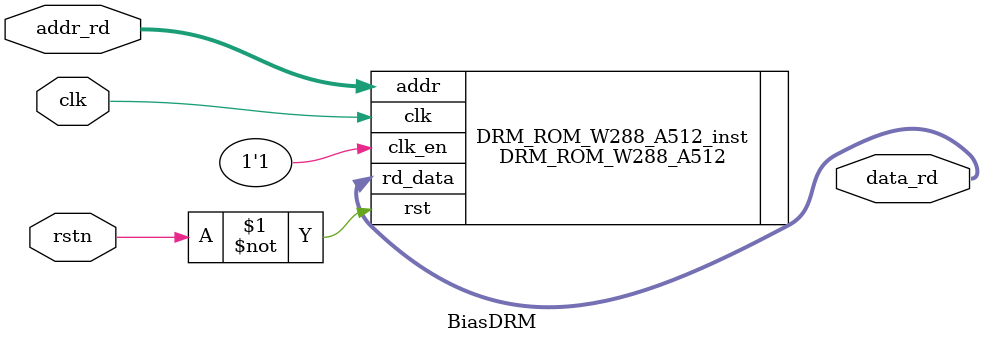
<source format=v>
`timescale 1ns / 1ps

module BiasDRM # (
    parameter       BIAS_CHANNEL_WIDTH      =       288             ,
    parameter       RD_ADDR_DEPTH           =       9

)
(
    input   wire    clk                                         ,
    input   wire    rstn                                        ,
//channel out
    input  wire     [RD_ADDR_DEPTH-1:0]         addr_rd         ,
    output  wire    [BIAS_CHANNEL_WIDTH-1:0]    data_rd

);

DRM_ROM_W288_A512 DRM_ROM_W288_A512_inst (
    .addr(addr_rd),          // input [8:0]
    .clk(clk),            // input
    .clk_en(1'b1),      // input
    .rst(~rstn),            // input
    .rd_data(data_rd)     // output [287:0]
  );

endmodule
</source>
